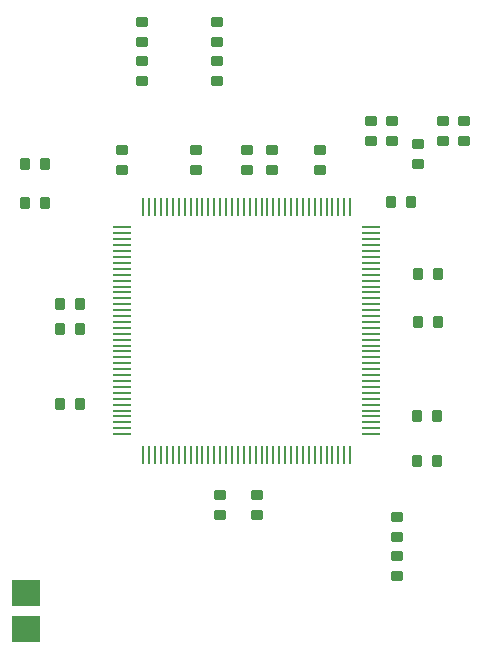
<source format=gtp>
G04 Layer_Color=8421504*
%FSLAX25Y25*%
%MOIN*%
G70*
G01*
G75*
%ADD10O,0.00984X0.06102*%
%ADD11O,0.06102X0.00984*%
G04:AMPARAMS|DCode=12|XSize=39.37mil|YSize=35.43mil|CornerRadius=4.43mil|HoleSize=0mil|Usage=FLASHONLY|Rotation=180.000|XOffset=0mil|YOffset=0mil|HoleType=Round|Shape=RoundedRectangle|*
%AMROUNDEDRECTD12*
21,1,0.03937,0.02658,0,0,180.0*
21,1,0.03051,0.03543,0,0,180.0*
1,1,0.00886,-0.01526,0.01329*
1,1,0.00886,0.01526,0.01329*
1,1,0.00886,0.01526,-0.01329*
1,1,0.00886,-0.01526,-0.01329*
%
%ADD12ROUNDEDRECTD12*%
G04:AMPARAMS|DCode=13|XSize=39.37mil|YSize=35.43mil|CornerRadius=4.43mil|HoleSize=0mil|Usage=FLASHONLY|Rotation=90.000|XOffset=0mil|YOffset=0mil|HoleType=Round|Shape=RoundedRectangle|*
%AMROUNDEDRECTD13*
21,1,0.03937,0.02658,0,0,90.0*
21,1,0.03051,0.03543,0,0,90.0*
1,1,0.00886,0.01329,0.01526*
1,1,0.00886,0.01329,-0.01526*
1,1,0.00886,-0.01329,-0.01526*
1,1,0.00886,-0.01329,0.01526*
%
%ADD13ROUNDEDRECTD13*%
%ADD14R,0.02500X0.05000*%
%ADD38R,0.09606X0.08661*%
D10*
X235449Y194063D02*
D03*
X233480D02*
D03*
X231512D02*
D03*
X229543D02*
D03*
X227575D02*
D03*
X225606D02*
D03*
X223638D02*
D03*
X221669D02*
D03*
X219701D02*
D03*
X217732D02*
D03*
X215764D02*
D03*
X213795D02*
D03*
X211827D02*
D03*
X209858D02*
D03*
X207890D02*
D03*
X205921D02*
D03*
X203953D02*
D03*
X201984D02*
D03*
X200016D02*
D03*
X198047D02*
D03*
X196079D02*
D03*
X194110D02*
D03*
X192142D02*
D03*
X190173D02*
D03*
X188205D02*
D03*
X186236D02*
D03*
X184268D02*
D03*
X182299D02*
D03*
X180331D02*
D03*
X178362D02*
D03*
X176394D02*
D03*
X174425D02*
D03*
X172457D02*
D03*
X170488D02*
D03*
X168520D02*
D03*
X166551D02*
D03*
Y276937D02*
D03*
X168520D02*
D03*
X170488D02*
D03*
X172457D02*
D03*
X174425D02*
D03*
X176394D02*
D03*
X178362D02*
D03*
X180331D02*
D03*
X182299D02*
D03*
X184268D02*
D03*
X186236D02*
D03*
X188205D02*
D03*
X190173D02*
D03*
X192142D02*
D03*
X194110D02*
D03*
X196079D02*
D03*
X198047D02*
D03*
X200016D02*
D03*
X201984D02*
D03*
X203953D02*
D03*
X205921D02*
D03*
X207890D02*
D03*
X209858D02*
D03*
X211827D02*
D03*
X213795D02*
D03*
X215764D02*
D03*
X217732D02*
D03*
X219701D02*
D03*
X221669D02*
D03*
X223638D02*
D03*
X225606D02*
D03*
X227575D02*
D03*
X229543D02*
D03*
X231512D02*
D03*
X233480D02*
D03*
X235449D02*
D03*
D11*
X159563Y201051D02*
D03*
Y203020D02*
D03*
Y204988D02*
D03*
Y206957D02*
D03*
Y208925D02*
D03*
Y210894D02*
D03*
Y212862D02*
D03*
Y214831D02*
D03*
Y216799D02*
D03*
Y218768D02*
D03*
Y220736D02*
D03*
Y222705D02*
D03*
Y224673D02*
D03*
Y226642D02*
D03*
Y228610D02*
D03*
Y230579D02*
D03*
Y232547D02*
D03*
Y234516D02*
D03*
Y236484D02*
D03*
Y238453D02*
D03*
Y240421D02*
D03*
Y242390D02*
D03*
Y244358D02*
D03*
Y246327D02*
D03*
Y248295D02*
D03*
Y250264D02*
D03*
Y252232D02*
D03*
Y254201D02*
D03*
Y256169D02*
D03*
Y258138D02*
D03*
Y260106D02*
D03*
Y262075D02*
D03*
Y264043D02*
D03*
Y266012D02*
D03*
Y267980D02*
D03*
Y269949D02*
D03*
X242437D02*
D03*
Y267980D02*
D03*
Y266012D02*
D03*
Y264043D02*
D03*
Y262075D02*
D03*
Y260106D02*
D03*
Y258138D02*
D03*
Y256169D02*
D03*
Y254201D02*
D03*
Y252232D02*
D03*
Y250264D02*
D03*
Y248295D02*
D03*
Y246327D02*
D03*
Y244358D02*
D03*
Y242390D02*
D03*
Y240421D02*
D03*
Y238453D02*
D03*
Y236484D02*
D03*
Y234516D02*
D03*
Y232547D02*
D03*
Y230579D02*
D03*
Y228610D02*
D03*
Y226642D02*
D03*
Y224673D02*
D03*
Y222705D02*
D03*
Y220736D02*
D03*
Y218768D02*
D03*
Y216799D02*
D03*
Y214831D02*
D03*
Y212862D02*
D03*
Y210894D02*
D03*
Y208925D02*
D03*
Y206957D02*
D03*
Y204988D02*
D03*
Y203020D02*
D03*
Y201051D02*
D03*
D12*
X184000Y289154D02*
D03*
Y295847D02*
D03*
X201000Y289154D02*
D03*
Y295847D02*
D03*
X225500Y289154D02*
D03*
Y295847D02*
D03*
X192000Y180847D02*
D03*
Y174153D02*
D03*
X204500Y180847D02*
D03*
Y174153D02*
D03*
X209500Y289154D02*
D03*
Y295847D02*
D03*
X249500Y298654D02*
D03*
Y305346D02*
D03*
X242500Y298654D02*
D03*
Y305346D02*
D03*
X266500Y298654D02*
D03*
Y305346D02*
D03*
X273500Y298654D02*
D03*
Y305346D02*
D03*
X258000Y291154D02*
D03*
Y297847D02*
D03*
X159500Y295847D02*
D03*
Y289154D02*
D03*
X251000Y153654D02*
D03*
Y160346D02*
D03*
Y166654D02*
D03*
Y173346D02*
D03*
X166000Y325500D02*
D03*
Y318807D02*
D03*
X191000Y325346D02*
D03*
Y318653D02*
D03*
X166000Y338347D02*
D03*
Y331653D02*
D03*
X191000Y338347D02*
D03*
Y331653D02*
D03*
D13*
X258154Y238500D02*
D03*
X264846D02*
D03*
X257653Y207000D02*
D03*
X264347D02*
D03*
X145346Y211000D02*
D03*
X138654D02*
D03*
X145346Y236000D02*
D03*
X138654D02*
D03*
X145346Y244500D02*
D03*
X138654D02*
D03*
X258154Y254500D02*
D03*
X264846D02*
D03*
X264347Y192000D02*
D03*
X257653D02*
D03*
X255847Y278500D02*
D03*
X249153D02*
D03*
X133846Y278000D02*
D03*
X127154D02*
D03*
X133846Y291000D02*
D03*
X127154D02*
D03*
D14*
X125757Y136000D02*
D03*
X129000D02*
D03*
X125878Y148000D02*
D03*
X129122D02*
D03*
D38*
X127378Y136000D02*
D03*
X127500Y148000D02*
D03*
M02*

</source>
